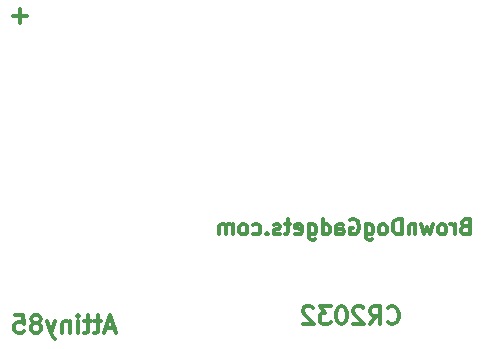
<source format=gbo>
G04 #@! TF.FileFunction,Legend,Bot*
%FSLAX46Y46*%
G04 Gerber Fmt 4.6, Leading zero omitted, Abs format (unit mm)*
G04 Created by KiCad (PCBNEW (2015-08-15 BZR 6092)-product) date 2/25/2016 10:40:52 PM*
%MOMM*%
G01*
G04 APERTURE LIST*
%ADD10C,0.100000*%
%ADD11C,0.300000*%
G04 APERTURE END LIST*
D10*
D11*
X134071428Y-26357143D02*
X132928571Y-26357143D01*
X133500000Y-26928571D02*
X133500000Y-25785714D01*
X141500000Y-52750000D02*
X140785714Y-52750000D01*
X141642857Y-53178571D02*
X141142857Y-51678571D01*
X140642857Y-53178571D01*
X140357143Y-52178571D02*
X139785714Y-52178571D01*
X140142857Y-51678571D02*
X140142857Y-52964286D01*
X140071429Y-53107143D01*
X139928571Y-53178571D01*
X139785714Y-53178571D01*
X139500000Y-52178571D02*
X138928571Y-52178571D01*
X139285714Y-51678571D02*
X139285714Y-52964286D01*
X139214286Y-53107143D01*
X139071428Y-53178571D01*
X138928571Y-53178571D01*
X138428571Y-53178571D02*
X138428571Y-52178571D01*
X138428571Y-51678571D02*
X138500000Y-51750000D01*
X138428571Y-51821429D01*
X138357143Y-51750000D01*
X138428571Y-51678571D01*
X138428571Y-51821429D01*
X137714285Y-52178571D02*
X137714285Y-53178571D01*
X137714285Y-52321429D02*
X137642857Y-52250000D01*
X137499999Y-52178571D01*
X137285714Y-52178571D01*
X137142857Y-52250000D01*
X137071428Y-52392857D01*
X137071428Y-53178571D01*
X136499999Y-52178571D02*
X136142856Y-53178571D01*
X135785714Y-52178571D02*
X136142856Y-53178571D01*
X136285714Y-53535714D01*
X136357142Y-53607143D01*
X136499999Y-53678571D01*
X134999999Y-52321429D02*
X135142857Y-52250000D01*
X135214285Y-52178571D01*
X135285714Y-52035714D01*
X135285714Y-51964286D01*
X135214285Y-51821429D01*
X135142857Y-51750000D01*
X134999999Y-51678571D01*
X134714285Y-51678571D01*
X134571428Y-51750000D01*
X134499999Y-51821429D01*
X134428571Y-51964286D01*
X134428571Y-52035714D01*
X134499999Y-52178571D01*
X134571428Y-52250000D01*
X134714285Y-52321429D01*
X134999999Y-52321429D01*
X135142857Y-52392857D01*
X135214285Y-52464286D01*
X135285714Y-52607143D01*
X135285714Y-52892857D01*
X135214285Y-53035714D01*
X135142857Y-53107143D01*
X134999999Y-53178571D01*
X134714285Y-53178571D01*
X134571428Y-53107143D01*
X134499999Y-53035714D01*
X134428571Y-52892857D01*
X134428571Y-52607143D01*
X134499999Y-52464286D01*
X134571428Y-52392857D01*
X134714285Y-52321429D01*
X133071428Y-51678571D02*
X133785714Y-51678571D01*
X133857143Y-52392857D01*
X133785714Y-52321429D01*
X133642857Y-52250000D01*
X133285714Y-52250000D01*
X133142857Y-52321429D01*
X133071428Y-52392857D01*
X133000000Y-52535714D01*
X133000000Y-52892857D01*
X133071428Y-53035714D01*
X133142857Y-53107143D01*
X133285714Y-53178571D01*
X133642857Y-53178571D01*
X133785714Y-53107143D01*
X133857143Y-53035714D01*
X164642856Y-52285714D02*
X164714285Y-52357143D01*
X164928571Y-52428571D01*
X165071428Y-52428571D01*
X165285713Y-52357143D01*
X165428571Y-52214286D01*
X165499999Y-52071429D01*
X165571428Y-51785714D01*
X165571428Y-51571429D01*
X165499999Y-51285714D01*
X165428571Y-51142857D01*
X165285713Y-51000000D01*
X165071428Y-50928571D01*
X164928571Y-50928571D01*
X164714285Y-51000000D01*
X164642856Y-51071429D01*
X163142856Y-52428571D02*
X163642856Y-51714286D01*
X163999999Y-52428571D02*
X163999999Y-50928571D01*
X163428571Y-50928571D01*
X163285713Y-51000000D01*
X163214285Y-51071429D01*
X163142856Y-51214286D01*
X163142856Y-51428571D01*
X163214285Y-51571429D01*
X163285713Y-51642857D01*
X163428571Y-51714286D01*
X163999999Y-51714286D01*
X162571428Y-51071429D02*
X162499999Y-51000000D01*
X162357142Y-50928571D01*
X161999999Y-50928571D01*
X161857142Y-51000000D01*
X161785713Y-51071429D01*
X161714285Y-51214286D01*
X161714285Y-51357143D01*
X161785713Y-51571429D01*
X162642856Y-52428571D01*
X161714285Y-52428571D01*
X160785714Y-50928571D02*
X160642857Y-50928571D01*
X160500000Y-51000000D01*
X160428571Y-51071429D01*
X160357142Y-51214286D01*
X160285714Y-51500000D01*
X160285714Y-51857143D01*
X160357142Y-52142857D01*
X160428571Y-52285714D01*
X160500000Y-52357143D01*
X160642857Y-52428571D01*
X160785714Y-52428571D01*
X160928571Y-52357143D01*
X161000000Y-52285714D01*
X161071428Y-52142857D01*
X161142857Y-51857143D01*
X161142857Y-51500000D01*
X161071428Y-51214286D01*
X161000000Y-51071429D01*
X160928571Y-51000000D01*
X160785714Y-50928571D01*
X159785714Y-50928571D02*
X158857143Y-50928571D01*
X159357143Y-51500000D01*
X159142857Y-51500000D01*
X159000000Y-51571429D01*
X158928571Y-51642857D01*
X158857143Y-51785714D01*
X158857143Y-52142857D01*
X158928571Y-52285714D01*
X159000000Y-52357143D01*
X159142857Y-52428571D01*
X159571429Y-52428571D01*
X159714286Y-52357143D01*
X159785714Y-52285714D01*
X158285715Y-51071429D02*
X158214286Y-51000000D01*
X158071429Y-50928571D01*
X157714286Y-50928571D01*
X157571429Y-51000000D01*
X157500000Y-51071429D01*
X157428572Y-51214286D01*
X157428572Y-51357143D01*
X157500000Y-51571429D01*
X158357143Y-52428571D01*
X157428572Y-52428571D01*
X171183332Y-44157143D02*
X170997618Y-44219048D01*
X170935713Y-44280952D01*
X170873808Y-44404762D01*
X170873808Y-44590476D01*
X170935713Y-44714286D01*
X170997618Y-44776190D01*
X171121427Y-44838095D01*
X171616665Y-44838095D01*
X171616665Y-43538095D01*
X171183332Y-43538095D01*
X171059522Y-43600000D01*
X170997618Y-43661905D01*
X170935713Y-43785714D01*
X170935713Y-43909524D01*
X170997618Y-44033333D01*
X171059522Y-44095238D01*
X171183332Y-44157143D01*
X171616665Y-44157143D01*
X170316665Y-44838095D02*
X170316665Y-43971429D01*
X170316665Y-44219048D02*
X170254760Y-44095238D01*
X170192856Y-44033333D01*
X170069046Y-43971429D01*
X169945237Y-43971429D01*
X169326189Y-44838095D02*
X169449998Y-44776190D01*
X169511903Y-44714286D01*
X169573808Y-44590476D01*
X169573808Y-44219048D01*
X169511903Y-44095238D01*
X169449998Y-44033333D01*
X169326189Y-43971429D01*
X169140475Y-43971429D01*
X169016665Y-44033333D01*
X168954760Y-44095238D01*
X168892856Y-44219048D01*
X168892856Y-44590476D01*
X168954760Y-44714286D01*
X169016665Y-44776190D01*
X169140475Y-44838095D01*
X169326189Y-44838095D01*
X168459523Y-43971429D02*
X168211904Y-44838095D01*
X167964285Y-44219048D01*
X167716666Y-44838095D01*
X167469047Y-43971429D01*
X166973808Y-43971429D02*
X166973808Y-44838095D01*
X166973808Y-44095238D02*
X166911903Y-44033333D01*
X166788094Y-43971429D01*
X166602380Y-43971429D01*
X166478570Y-44033333D01*
X166416665Y-44157143D01*
X166416665Y-44838095D01*
X165797618Y-44838095D02*
X165797618Y-43538095D01*
X165488094Y-43538095D01*
X165302380Y-43600000D01*
X165178571Y-43723810D01*
X165116666Y-43847619D01*
X165054761Y-44095238D01*
X165054761Y-44280952D01*
X165116666Y-44528571D01*
X165178571Y-44652381D01*
X165302380Y-44776190D01*
X165488094Y-44838095D01*
X165797618Y-44838095D01*
X164311904Y-44838095D02*
X164435713Y-44776190D01*
X164497618Y-44714286D01*
X164559523Y-44590476D01*
X164559523Y-44219048D01*
X164497618Y-44095238D01*
X164435713Y-44033333D01*
X164311904Y-43971429D01*
X164126190Y-43971429D01*
X164002380Y-44033333D01*
X163940475Y-44095238D01*
X163878571Y-44219048D01*
X163878571Y-44590476D01*
X163940475Y-44714286D01*
X164002380Y-44776190D01*
X164126190Y-44838095D01*
X164311904Y-44838095D01*
X162764285Y-43971429D02*
X162764285Y-45023810D01*
X162826190Y-45147619D01*
X162888095Y-45209524D01*
X163011904Y-45271429D01*
X163197619Y-45271429D01*
X163321428Y-45209524D01*
X162764285Y-44776190D02*
X162888095Y-44838095D01*
X163135714Y-44838095D01*
X163259523Y-44776190D01*
X163321428Y-44714286D01*
X163383333Y-44590476D01*
X163383333Y-44219048D01*
X163321428Y-44095238D01*
X163259523Y-44033333D01*
X163135714Y-43971429D01*
X162888095Y-43971429D01*
X162764285Y-44033333D01*
X161464286Y-43600000D02*
X161588095Y-43538095D01*
X161773810Y-43538095D01*
X161959524Y-43600000D01*
X162083333Y-43723810D01*
X162145238Y-43847619D01*
X162207143Y-44095238D01*
X162207143Y-44280952D01*
X162145238Y-44528571D01*
X162083333Y-44652381D01*
X161959524Y-44776190D01*
X161773810Y-44838095D01*
X161650000Y-44838095D01*
X161464286Y-44776190D01*
X161402381Y-44714286D01*
X161402381Y-44280952D01*
X161650000Y-44280952D01*
X160288095Y-44838095D02*
X160288095Y-44157143D01*
X160350000Y-44033333D01*
X160473810Y-43971429D01*
X160721429Y-43971429D01*
X160845238Y-44033333D01*
X160288095Y-44776190D02*
X160411905Y-44838095D01*
X160721429Y-44838095D01*
X160845238Y-44776190D01*
X160907143Y-44652381D01*
X160907143Y-44528571D01*
X160845238Y-44404762D01*
X160721429Y-44342857D01*
X160411905Y-44342857D01*
X160288095Y-44280952D01*
X159111905Y-44838095D02*
X159111905Y-43538095D01*
X159111905Y-44776190D02*
X159235715Y-44838095D01*
X159483334Y-44838095D01*
X159607143Y-44776190D01*
X159669048Y-44714286D01*
X159730953Y-44590476D01*
X159730953Y-44219048D01*
X159669048Y-44095238D01*
X159607143Y-44033333D01*
X159483334Y-43971429D01*
X159235715Y-43971429D01*
X159111905Y-44033333D01*
X157935715Y-43971429D02*
X157935715Y-45023810D01*
X157997620Y-45147619D01*
X158059525Y-45209524D01*
X158183334Y-45271429D01*
X158369049Y-45271429D01*
X158492858Y-45209524D01*
X157935715Y-44776190D02*
X158059525Y-44838095D01*
X158307144Y-44838095D01*
X158430953Y-44776190D01*
X158492858Y-44714286D01*
X158554763Y-44590476D01*
X158554763Y-44219048D01*
X158492858Y-44095238D01*
X158430953Y-44033333D01*
X158307144Y-43971429D01*
X158059525Y-43971429D01*
X157935715Y-44033333D01*
X156821430Y-44776190D02*
X156945240Y-44838095D01*
X157192859Y-44838095D01*
X157316668Y-44776190D01*
X157378573Y-44652381D01*
X157378573Y-44157143D01*
X157316668Y-44033333D01*
X157192859Y-43971429D01*
X156945240Y-43971429D01*
X156821430Y-44033333D01*
X156759525Y-44157143D01*
X156759525Y-44280952D01*
X157378573Y-44404762D01*
X156388096Y-43971429D02*
X155892858Y-43971429D01*
X156202382Y-43538095D02*
X156202382Y-44652381D01*
X156140477Y-44776190D01*
X156016668Y-44838095D01*
X155892858Y-44838095D01*
X155521430Y-44776190D02*
X155397620Y-44838095D01*
X155150001Y-44838095D01*
X155026192Y-44776190D01*
X154964287Y-44652381D01*
X154964287Y-44590476D01*
X155026192Y-44466667D01*
X155150001Y-44404762D01*
X155335716Y-44404762D01*
X155459525Y-44342857D01*
X155521430Y-44219048D01*
X155521430Y-44157143D01*
X155459525Y-44033333D01*
X155335716Y-43971429D01*
X155150001Y-43971429D01*
X155026192Y-44033333D01*
X154407144Y-44714286D02*
X154345239Y-44776190D01*
X154407144Y-44838095D01*
X154469049Y-44776190D01*
X154407144Y-44714286D01*
X154407144Y-44838095D01*
X153230953Y-44776190D02*
X153354763Y-44838095D01*
X153602382Y-44838095D01*
X153726191Y-44776190D01*
X153788096Y-44714286D01*
X153850001Y-44590476D01*
X153850001Y-44219048D01*
X153788096Y-44095238D01*
X153726191Y-44033333D01*
X153602382Y-43971429D01*
X153354763Y-43971429D01*
X153230953Y-44033333D01*
X152488096Y-44838095D02*
X152611905Y-44776190D01*
X152673810Y-44714286D01*
X152735715Y-44590476D01*
X152735715Y-44219048D01*
X152673810Y-44095238D01*
X152611905Y-44033333D01*
X152488096Y-43971429D01*
X152302382Y-43971429D01*
X152178572Y-44033333D01*
X152116667Y-44095238D01*
X152054763Y-44219048D01*
X152054763Y-44590476D01*
X152116667Y-44714286D01*
X152178572Y-44776190D01*
X152302382Y-44838095D01*
X152488096Y-44838095D01*
X151497620Y-44838095D02*
X151497620Y-43971429D01*
X151497620Y-44095238D02*
X151435715Y-44033333D01*
X151311906Y-43971429D01*
X151126192Y-43971429D01*
X151002382Y-44033333D01*
X150940477Y-44157143D01*
X150940477Y-44838095D01*
X150940477Y-44157143D02*
X150878573Y-44033333D01*
X150754763Y-43971429D01*
X150569049Y-43971429D01*
X150445239Y-44033333D01*
X150383334Y-44157143D01*
X150383334Y-44838095D01*
M02*

</source>
